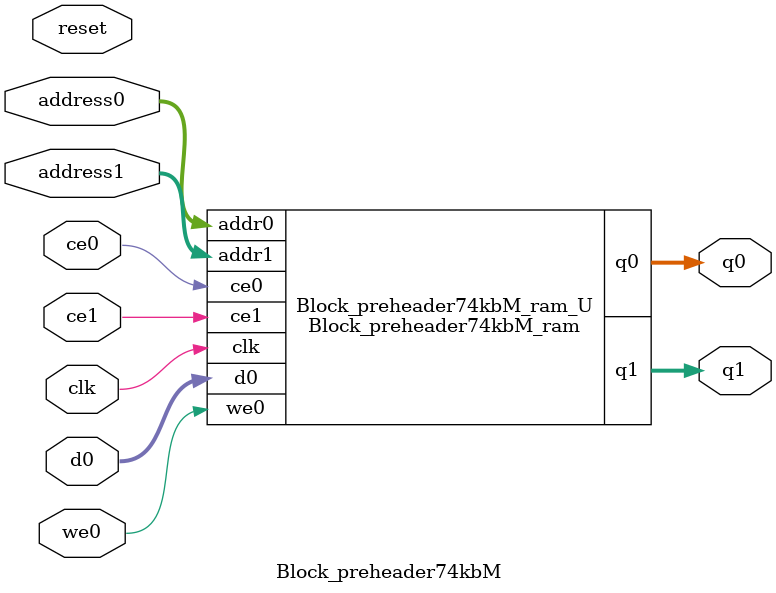
<source format=v>
`timescale 1 ns / 1 ps
module Block_preheader74kbM_ram (addr0, ce0, d0, we0, q0, addr1, ce1, q1,  clk);

parameter DWIDTH = 5;
parameter AWIDTH = 20;
parameter MEM_SIZE = 819200;

input[AWIDTH-1:0] addr0;
input ce0;
input[DWIDTH-1:0] d0;
input we0;
output reg[DWIDTH-1:0] q0;
input[AWIDTH-1:0] addr1;
input ce1;
output reg[DWIDTH-1:0] q1;
input clk;

(* ram_style = "block" *)reg [DWIDTH-1:0] ram[0:MEM_SIZE-1];




always @(posedge clk)  
begin 
    if (ce0) begin
        if (we0) 
            ram[addr0] <= d0; 
        q0 <= ram[addr0];
    end
end


always @(posedge clk)  
begin 
    if (ce1) begin
        q1 <= ram[addr1];
    end
end


endmodule

`timescale 1 ns / 1 ps
module Block_preheader74kbM(
    reset,
    clk,
    address0,
    ce0,
    we0,
    d0,
    q0,
    address1,
    ce1,
    q1);

parameter DataWidth = 32'd5;
parameter AddressRange = 32'd819200;
parameter AddressWidth = 32'd20;
input reset;
input clk;
input[AddressWidth - 1:0] address0;
input ce0;
input we0;
input[DataWidth - 1:0] d0;
output[DataWidth - 1:0] q0;
input[AddressWidth - 1:0] address1;
input ce1;
output[DataWidth - 1:0] q1;



Block_preheader74kbM_ram Block_preheader74kbM_ram_U(
    .clk( clk ),
    .addr0( address0 ),
    .ce0( ce0 ),
    .we0( we0 ),
    .d0( d0 ),
    .q0( q0 ),
    .addr1( address1 ),
    .ce1( ce1 ),
    .q1( q1 ));

endmodule


</source>
